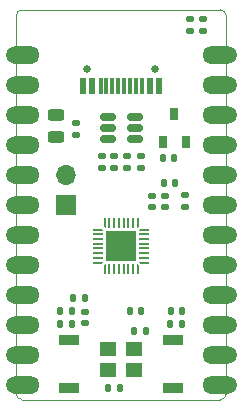
<source format=gts>
G04 #@! TF.GenerationSoftware,KiCad,Pcbnew,(6.99.0-1912-g359c99991b)*
G04 #@! TF.CreationDate,2023-05-12T11:08:49+07:00*
G04 #@! TF.ProjectId,artemisia,61727465-6d69-4736-9961-2e6b69636164,1*
G04 #@! TF.SameCoordinates,Original*
G04 #@! TF.FileFunction,Soldermask,Top*
G04 #@! TF.FilePolarity,Negative*
%FSLAX46Y46*%
G04 Gerber Fmt 4.6, Leading zero omitted, Abs format (unit mm)*
G04 Created by KiCad (PCBNEW (6.99.0-1912-g359c99991b)) date 2023-05-12 11:08:49*
%MOMM*%
%LPD*%
G01*
G04 APERTURE LIST*
G04 Aperture macros list*
%AMRoundRect*
0 Rectangle with rounded corners*
0 $1 Rounding radius*
0 $2 $3 $4 $5 $6 $7 $8 $9 X,Y pos of 4 corners*
0 Add a 4 corners polygon primitive as box body*
4,1,4,$2,$3,$4,$5,$6,$7,$8,$9,$2,$3,0*
0 Add four circle primitives for the rounded corners*
1,1,$1+$1,$2,$3*
1,1,$1+$1,$4,$5*
1,1,$1+$1,$6,$7*
1,1,$1+$1,$8,$9*
0 Add four rect primitives between the rounded corners*
20,1,$1+$1,$2,$3,$4,$5,0*
20,1,$1+$1,$4,$5,$6,$7,0*
20,1,$1+$1,$6,$7,$8,$9,0*
20,1,$1+$1,$8,$9,$2,$3,0*%
%AMFreePoly0*
4,1,14,0.314644,0.085355,0.385355,0.014644,0.400000,-0.020711,0.400000,-0.050000,0.385355,-0.085355,0.350000,-0.100000,-0.350000,-0.100000,-0.385355,-0.085355,-0.400000,-0.050000,-0.400000,0.050000,-0.385355,0.085355,-0.350000,0.100000,0.279289,0.100000,0.314644,0.085355,0.314644,0.085355,$1*%
%AMFreePoly1*
4,1,15,0.385355,0.085355,0.400000,0.050000,0.400000,0.020711,0.397487,0.014645,0.385355,-0.014645,0.314644,-0.085355,0.279289,-0.100000,-0.350000,-0.100000,-0.385355,-0.085355,-0.400000,-0.050000,-0.400000,0.050000,-0.385355,0.085355,-0.350000,0.100000,0.350000,0.100000,0.385355,0.085355,0.385355,0.085355,$1*%
%AMFreePoly2*
4,1,15,0.085355,0.385355,0.100000,0.350000,0.100000,-0.350000,0.085355,-0.385355,0.050000,-0.400000,-0.050000,-0.400000,-0.085355,-0.385355,-0.100000,-0.350000,-0.100000,0.279289,-0.085355,0.314644,-0.014645,0.385355,-0.004289,0.389644,0.020711,0.400000,0.050000,0.400000,0.085355,0.385355,0.085355,0.385355,$1*%
%AMFreePoly3*
4,1,14,0.014644,0.385355,0.085355,0.314644,0.100000,0.279289,0.100000,-0.350000,0.085355,-0.385355,0.050000,-0.400000,-0.050000,-0.400000,-0.085355,-0.385355,-0.100000,-0.350000,-0.100000,0.350000,-0.085355,0.385355,-0.050000,0.400000,-0.020711,0.400000,0.014644,0.385355,0.014644,0.385355,$1*%
%AMFreePoly4*
4,1,14,0.385355,0.085355,0.400000,0.050000,0.400000,-0.050000,0.385355,-0.085355,0.350000,-0.100000,-0.279289,-0.100000,-0.314645,-0.085355,-0.385355,-0.014644,-0.400000,0.020711,-0.400000,0.050000,-0.385355,0.085355,-0.350000,0.100000,0.350000,0.100000,0.385355,0.085355,0.385355,0.085355,$1*%
%AMFreePoly5*
4,1,15,0.385355,0.085355,0.400000,0.050000,0.400000,-0.050000,0.385355,-0.085355,0.350000,-0.100000,-0.350000,-0.100000,-0.385355,-0.085355,-0.400000,-0.050000,-0.400000,-0.020711,-0.385355,0.014644,-0.314645,0.085355,-0.304289,0.089644,-0.279289,0.100000,0.350000,0.100000,0.385355,0.085355,0.385355,0.085355,$1*%
%AMFreePoly6*
4,1,14,0.085355,0.385355,0.100000,0.350000,0.100000,-0.279289,0.085355,-0.314645,0.014644,-0.385355,-0.020711,-0.400000,-0.050000,-0.400000,-0.085355,-0.385355,-0.100000,-0.350000,-0.100000,0.350000,-0.085355,0.385355,-0.050000,0.400000,0.050000,0.400000,0.085355,0.385355,0.085355,0.385355,$1*%
%AMFreePoly7*
4,1,14,0.085355,0.385355,0.100000,0.350000,0.100000,-0.350000,0.085355,-0.385355,0.050000,-0.400000,0.020711,-0.400000,-0.014645,-0.385355,-0.085355,-0.314644,-0.100000,-0.279289,-0.100000,0.350000,-0.085355,0.385355,-0.050000,0.400000,0.050000,0.400000,0.085355,0.385355,0.085355,0.385355,$1*%
G04 Aperture macros list end*
%ADD10FreePoly0,90.000000*%
%ADD11RoundRect,0.050000X0.050000X-0.350000X0.050000X0.350000X-0.050000X0.350000X-0.050000X-0.350000X0*%
%ADD12FreePoly1,90.000000*%
%ADD13FreePoly2,90.000000*%
%ADD14RoundRect,0.050000X0.350000X-0.050000X0.350000X0.050000X-0.350000X0.050000X-0.350000X-0.050000X0*%
%ADD15FreePoly3,90.000000*%
%ADD16FreePoly4,90.000000*%
%ADD17FreePoly5,90.000000*%
%ADD18FreePoly6,90.000000*%
%ADD19FreePoly7,90.000000*%
%ADD20R,2.650000X2.650000*%
%ADD21RoundRect,0.140000X-0.140000X-0.170000X0.140000X-0.170000X0.140000X0.170000X-0.140000X0.170000X0*%
%ADD22RoundRect,0.135000X0.185000X-0.135000X0.185000X0.135000X-0.185000X0.135000X-0.185000X-0.135000X0*%
%ADD23RoundRect,0.150000X-0.512500X-0.150000X0.512500X-0.150000X0.512500X0.150000X-0.512500X0.150000X0*%
%ADD24RoundRect,0.140000X0.140000X0.170000X-0.140000X0.170000X-0.140000X-0.170000X0.140000X-0.170000X0*%
%ADD25RoundRect,0.135000X0.135000X0.185000X-0.135000X0.185000X-0.135000X-0.185000X0.135000X-0.185000X0*%
%ADD26RoundRect,0.140000X0.170000X-0.140000X0.170000X0.140000X-0.170000X0.140000X-0.170000X-0.140000X0*%
%ADD27C,1.500000*%
%ADD28O,2.800000X1.500000*%
%ADD29R,1.700000X1.700000*%
%ADD30O,1.700000X1.700000*%
%ADD31RoundRect,0.135000X-0.135000X-0.185000X0.135000X-0.185000X0.135000X0.185000X-0.135000X0.185000X0*%
%ADD32R,1.700000X0.900000*%
%ADD33R,0.800000X1.000000*%
%ADD34RoundRect,0.243750X0.456250X-0.243750X0.456250X0.243750X-0.456250X0.243750X-0.456250X-0.243750X0*%
%ADD35RoundRect,0.140000X-0.170000X0.140000X-0.170000X-0.140000X0.170000X-0.140000X0.170000X0.140000X0*%
%ADD36R,1.400000X1.200000*%
%ADD37RoundRect,0.135000X-0.185000X0.135000X-0.185000X-0.135000X0.185000X-0.135000X0.185000X0.135000X0*%
%ADD38RoundRect,0.147500X-0.172500X0.147500X-0.172500X-0.147500X0.172500X-0.147500X0.172500X0.147500X0*%
%ADD39C,0.650000*%
%ADD40R,0.600000X1.450000*%
%ADD41R,0.300000X1.450000*%
G04 #@! TA.AperFunction,Profile*
%ADD42C,0.100000*%
G04 #@! TD*
G04 APERTURE END LIST*
D10*
X7490000Y-21950000D03*
D11*
X7890000Y-21950000D03*
X8290000Y-21950000D03*
X8690000Y-21950000D03*
X9090000Y-21950000D03*
X9490000Y-21950000D03*
X9890000Y-21950000D03*
D12*
X10290000Y-21950000D03*
D13*
X10840000Y-21400000D03*
D14*
X10840000Y-21000000D03*
X10840000Y-20600000D03*
X10840000Y-20200000D03*
X10840000Y-19800000D03*
X10840000Y-19400000D03*
X10840000Y-19000000D03*
D15*
X10840000Y-18600000D03*
D16*
X10290000Y-18050000D03*
D11*
X9890000Y-18050000D03*
X9490000Y-18050000D03*
X9090000Y-18050000D03*
X8690000Y-18050000D03*
X8290000Y-18050000D03*
X7890000Y-18050000D03*
D17*
X7490000Y-18050000D03*
D18*
X6940000Y-18600000D03*
D14*
X6940000Y-19000000D03*
X6940000Y-19400000D03*
X6940000Y-19800000D03*
X6940000Y-20200000D03*
X6940000Y-20600000D03*
X6940000Y-21000000D03*
D19*
X6940000Y-21400000D03*
D20*
X8889999Y-19999999D03*
D21*
X7790000Y-32025000D03*
X8750000Y-32025000D03*
D22*
X14300000Y-16710000D03*
X14300000Y-15690000D03*
D21*
X12495000Y-14650000D03*
X13455000Y-14650000D03*
D23*
X7752500Y-9050000D03*
X7752500Y-10000000D03*
X7752500Y-10950000D03*
X10027500Y-10950000D03*
X10027500Y-10000000D03*
X10027500Y-9050000D03*
D24*
X13400000Y-12500000D03*
X12440000Y-12500000D03*
D25*
X4720000Y-26600000D03*
X3700000Y-26600000D03*
D26*
X12610000Y-16680000D03*
X12610000Y-15720000D03*
D21*
X9620000Y-25500000D03*
X10580000Y-25500000D03*
D24*
X4690000Y-25500000D03*
X3730000Y-25500000D03*
D27*
X17910000Y-31740000D03*
D28*
X17209999Y-31739999D03*
D27*
X17910000Y-29200000D03*
D28*
X17209999Y-29199999D03*
D27*
X17910000Y-26660000D03*
D28*
X17209999Y-26659999D03*
D27*
X17910000Y-24120000D03*
D28*
X17209999Y-24119999D03*
D27*
X17910000Y-21580000D03*
D28*
X17209999Y-21579999D03*
D27*
X17910000Y-19040000D03*
D28*
X17209999Y-19039999D03*
D27*
X17910000Y-16500000D03*
D28*
X17209999Y-16499999D03*
D27*
X17910000Y-13960000D03*
D28*
X17209999Y-13959999D03*
D27*
X17910000Y-11420000D03*
D28*
X17209999Y-11419999D03*
D27*
X17910000Y-8880000D03*
D28*
X17209999Y-8879999D03*
D27*
X17910000Y-6340000D03*
D28*
X17209999Y-6339999D03*
D27*
X17910000Y-3800000D03*
D28*
X17209999Y-3799999D03*
D29*
X4199999Y-16499999D03*
D30*
X4199999Y-13959999D03*
D31*
X13060000Y-26600000D03*
X14080000Y-26600000D03*
D32*
X4499999Y-32024999D03*
X4499999Y-27924999D03*
D33*
X12450000Y-11199999D03*
X14349999Y-11199999D03*
X13399999Y-8799999D03*
D34*
X3400000Y-10737500D03*
X3400000Y-8862500D03*
D32*
X13279999Y-27924999D03*
X13279999Y-32024999D03*
D27*
X-130000Y-3800000D03*
D28*
X569999Y-3799999D03*
D27*
X-130000Y-6340000D03*
D28*
X569999Y-6339999D03*
D27*
X-130000Y-8880000D03*
D28*
X569999Y-8879999D03*
D27*
X-130000Y-11420000D03*
D28*
X569999Y-11419999D03*
D27*
X-130000Y-13960000D03*
D28*
X569999Y-13959999D03*
D27*
X-130000Y-16500000D03*
D28*
X569999Y-16499999D03*
D27*
X-130000Y-19040000D03*
D28*
X569999Y-19039999D03*
D27*
X-130000Y-21580000D03*
D28*
X569999Y-21579999D03*
D27*
X-130000Y-24120000D03*
D28*
X569999Y-24119999D03*
D27*
X-130000Y-26660000D03*
D28*
X569999Y-26659999D03*
D27*
X-130000Y-29200000D03*
D28*
X569999Y-29199999D03*
D27*
X-130000Y-31740000D03*
D28*
X569999Y-31739999D03*
D22*
X5100000Y-10610000D03*
X5100000Y-9590000D03*
D35*
X5800000Y-25570000D03*
X5800000Y-26530000D03*
D21*
X9990000Y-27150000D03*
X10950000Y-27150000D03*
D35*
X11500000Y-15720000D03*
X11500000Y-16680000D03*
D21*
X4840000Y-24400000D03*
X5800000Y-24400000D03*
D36*
X9989999Y-28749999D03*
X7789999Y-28749999D03*
X7789999Y-30449999D03*
X9989999Y-30449999D03*
D22*
X8325000Y-13410000D03*
X8325000Y-12390000D03*
D24*
X14050000Y-25500000D03*
X13090000Y-25500000D03*
D37*
X7225000Y-12390000D03*
X7225000Y-13410000D03*
D38*
X14700000Y-815000D03*
X14700000Y-1785000D03*
D22*
X9425000Y-13410000D03*
X9425000Y-12390000D03*
X10550000Y-13410000D03*
X10550000Y-12390000D03*
X15800000Y-1810000D03*
X15800000Y-790000D03*
D39*
X11780000Y-4980000D03*
X6000000Y-4980000D03*
D40*
X12114999Y-6424999D03*
X11339999Y-6424999D03*
D41*
X10639999Y-6424999D03*
X10139999Y-6424999D03*
X9639999Y-6424999D03*
X9139999Y-6424999D03*
X8639999Y-6424999D03*
X8139999Y-6424999D03*
X7639999Y-6424999D03*
X7139999Y-6424999D03*
D40*
X6439999Y-6424999D03*
X5664999Y-6424999D03*
D42*
X0Y-500000D02*
X0Y-32500000D01*
X17780000Y-500000D02*
G75*
G03*
X17280000Y0I-500000J0D01*
G01*
X0Y-32500000D02*
G75*
G03*
X500000Y-33000000I500000J0D01*
G01*
X500000Y0D02*
G75*
G03*
X0Y-500000I0J-500000D01*
G01*
X17780000Y-500000D02*
X17780000Y-32500000D01*
X500000Y0D02*
X17280000Y0D01*
X500000Y-33000000D02*
X17280000Y-33000000D01*
X17280000Y-33000000D02*
G75*
G03*
X17780000Y-32500000I0J500000D01*
G01*
M02*

</source>
